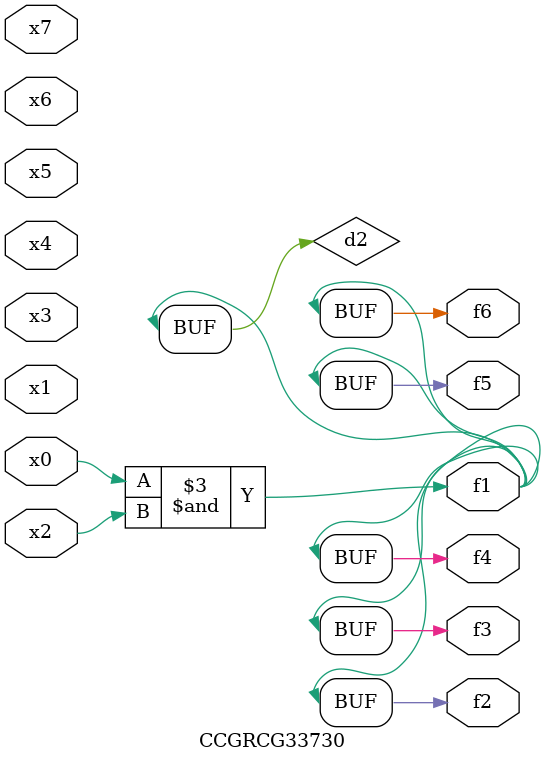
<source format=v>
module CCGRCG33730(
	input x0, x1, x2, x3, x4, x5, x6, x7,
	output f1, f2, f3, f4, f5, f6
);

	wire d1, d2;

	nor (d1, x3, x6);
	and (d2, x0, x2);
	assign f1 = d2;
	assign f2 = d2;
	assign f3 = d2;
	assign f4 = d2;
	assign f5 = d2;
	assign f6 = d2;
endmodule

</source>
